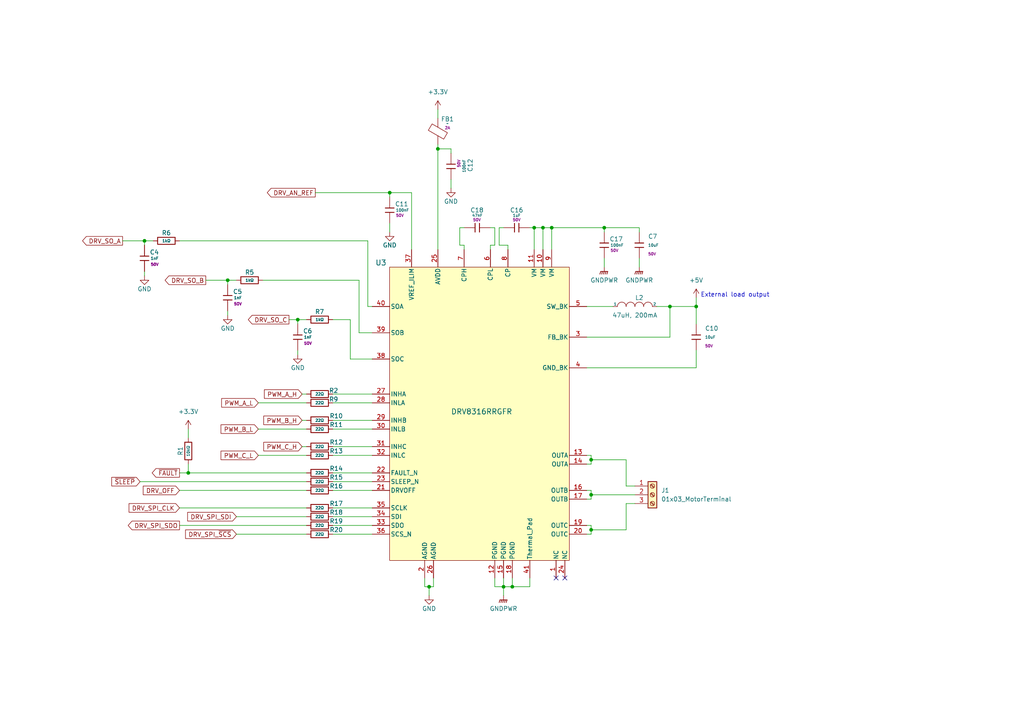
<source format=kicad_sch>
(kicad_sch (version 20250114) (generator "eeschema") (generator_version "9.0")
  (paper "A4")
  (text "External load output" (at 203.2 86.36 0) (effects (font (size 1.27 1.27)) (justify left bottom)))
  (junction (at 41.91 69.85))
  (junction (at 160.02 66.04))
  (junction (at 127 43.18))
  (junction (at 194.31 88.9))
  (junction (at 154.94 66.04))
  (junction (at 157.48 66.04))
  (junction (at 54.61 137.16))
  (junction (at 86.36 92.71))
  (junction (at 171.45 133.35))
  (junction (at 201.93 88.9))
  (junction (at 148.59 170.18))
  (junction (at 171.45 143.51))
  (junction (at 175.26 66.04))
  (junction (at 66.04 81.28))
  (junction (at 146.05 170.18))
  (junction (at 113.03 55.88))
  (junction (at 171.45 153.67))
  (junction (at 124.46 170.18))
  (no_connect (at 163.83 167.64))
  (no_connect (at 161.29 167.64))
  (wire (pts (xy 52.07 147.32) (xy 88.9 147.32)))
  (wire (pts (xy 171.45 134.62) (xy 170.18 134.62)))
  (wire (pts (xy 96.52 137.16) (xy 107.95 137.16)))
  (wire (pts (xy 86.36 101.6) (xy 86.36 102.87)))
  (wire (pts (xy 185.42 66.04) (xy 185.42 67.31)))
  (wire (pts (xy 171.45 133.35) (xy 181.61 133.35)))
  (wire (pts (xy 96.52 116.84) (xy 107.95 116.84)))
  (wire (pts (xy 124.46 170.18) (xy 125.73 170.18)))
  (wire (pts (xy 52.07 69.85) (xy 106.68 69.85)))
  (wire (pts (xy 201.93 86.36) (xy 201.93 88.9)))
  (wire (pts (xy 171.45 133.35) (xy 171.45 134.62)))
  (wire (pts (xy 96.52 142.24) (xy 107.95 142.24)))
  (wire (pts (xy 148.59 170.18) (xy 153.67 170.18)))
  (wire (pts (xy 35.56 69.85) (xy 41.91 69.85)))
  (wire (pts (xy 96.52 139.7) (xy 107.95 139.7)))
  (wire (pts (xy 194.31 97.79) (xy 194.31 88.9)))
  (wire (pts (xy 119.38 55.88) (xy 119.38 72.39)))
  (wire (pts (xy 154.94 66.04) (xy 157.48 66.04)))
  (wire (pts (xy 86.36 93.98) (xy 86.36 92.71)))
  (wire (pts (xy 142.24 66.04) (xy 143.51 66.04)))
  (wire (pts (xy 175.26 66.04) (xy 185.42 66.04)))
  (wire (pts (xy 68.58 154.94) (xy 88.9 154.94)))
  (wire (pts (xy 170.18 142.24) (xy 171.45 142.24)))
  (wire (pts (xy 153.67 66.04) (xy 154.94 66.04)))
  (wire (pts (xy 171.45 154.94) (xy 170.18 154.94)))
  (wire (pts (xy 201.93 106.68) (xy 201.93 101.6)))
  (wire (pts (xy 130.81 44.45) (xy 130.81 43.18)))
  (wire (pts (xy 66.04 82.55) (xy 66.04 81.28)))
  (wire (pts (xy 148.59 167.64) (xy 148.59 170.18)))
  (wire (pts (xy 83.82 92.71) (xy 86.36 92.71)))
  (wire (pts (xy 144.78 71.12) (xy 147.32 71.12)))
  (wire (pts (xy 130.81 52.07) (xy 130.81 54.61)))
  (wire (pts (xy 87.63 121.92) (xy 88.9 121.92)))
  (wire (pts (xy 181.61 153.67) (xy 181.61 146.05)))
  (wire (pts (xy 170.18 88.9) (xy 177.8 88.9)))
  (wire (pts (xy 74.93 116.84) (xy 88.9 116.84)))
  (wire (pts (xy 134.62 66.04) (xy 133.35 66.04)))
  (wire (pts (xy 143.51 170.18) (xy 146.05 170.18)))
  (wire (pts (xy 154.94 66.04) (xy 154.94 72.39)))
  (wire (pts (xy 68.58 149.86) (xy 88.9 149.86)))
  (wire (pts (xy 142.24 71.12) (xy 142.24 72.39)))
  (wire (pts (xy 133.35 66.04) (xy 133.35 71.12)))
  (wire (pts (xy 52.07 137.16) (xy 54.61 137.16)))
  (wire (pts (xy 127 43.18) (xy 127 72.39)))
  (wire (pts (xy 134.62 71.12) (xy 134.62 72.39)))
  (wire (pts (xy 106.68 88.9) (xy 107.95 88.9)))
  (wire (pts (xy 181.61 146.05) (xy 184.15 146.05)))
  (wire (pts (xy 59.69 81.28) (xy 66.04 81.28)))
  (wire (pts (xy 124.46 170.18) (xy 124.46 172.72)))
  (wire (pts (xy 96.52 149.86) (xy 107.95 149.86)))
  (wire (pts (xy 74.93 124.46) (xy 88.9 124.46)))
  (wire (pts (xy 40.64 139.7) (xy 88.9 139.7)))
  (wire (pts (xy 101.6 104.14) (xy 101.6 92.71)))
  (wire (pts (xy 96.52 152.4) (xy 107.95 152.4)))
  (wire (pts (xy 96.52 154.94) (xy 107.95 154.94)))
  (wire (pts (xy 142.24 71.12) (xy 143.51 71.12)))
  (wire (pts (xy 113.03 55.88) (xy 113.03 57.15)))
  (wire (pts (xy 41.91 71.12) (xy 41.91 69.85)))
  (wire (pts (xy 144.78 66.04) (xy 144.78 71.12)))
  (wire (pts (xy 171.45 142.24) (xy 171.45 143.51)))
  (wire (pts (xy 54.61 124.46) (xy 54.61 127)))
  (wire (pts (xy 127 41.91) (xy 127 43.18)))
  (wire (pts (xy 96.52 132.08) (xy 107.95 132.08)))
  (wire (pts (xy 86.36 92.71) (xy 88.9 92.71)))
  (wire (pts (xy 104.14 81.28) (xy 76.2 81.28)))
  (wire (pts (xy 181.61 133.35) (xy 181.61 140.97)))
  (wire (pts (xy 147.32 71.12) (xy 147.32 72.39)))
  (wire (pts (xy 54.61 137.16) (xy 88.9 137.16)))
  (wire (pts (xy 87.63 114.3) (xy 88.9 114.3)))
  (wire (pts (xy 175.26 74.93) (xy 175.26 77.47)))
  (wire (pts (xy 181.61 140.97) (xy 184.15 140.97)))
  (wire (pts (xy 194.31 88.9) (xy 201.93 88.9)))
  (wire (pts (xy 113.03 64.77) (xy 113.03 67.31)))
  (wire (pts (xy 66.04 81.28) (xy 68.58 81.28)))
  (wire (pts (xy 87.63 129.54) (xy 88.9 129.54)))
  (wire (pts (xy 143.51 71.12) (xy 143.51 66.04)))
  (wire (pts (xy 96.52 121.92) (xy 107.95 121.92)))
  (wire (pts (xy 123.19 170.18) (xy 124.46 170.18)))
  (wire (pts (xy 160.02 66.04) (xy 160.02 72.39)))
  (wire (pts (xy 106.68 69.85) (xy 106.68 88.9)))
  (wire (pts (xy 170.18 152.4) (xy 171.45 152.4)))
  (wire (pts (xy 127 31.75) (xy 127 34.29)))
  (wire (pts (xy 171.45 132.08) (xy 171.45 133.35)))
  (wire (pts (xy 170.18 132.08) (xy 171.45 132.08)))
  (wire (pts (xy 113.03 55.88) (xy 119.38 55.88)))
  (wire (pts (xy 41.91 78.74) (xy 41.91 80.01)))
  (wire (pts (xy 96.52 114.3) (xy 107.95 114.3)))
  (wire (pts (xy 146.05 167.64) (xy 146.05 170.18)))
  (wire (pts (xy 171.45 152.4) (xy 171.45 153.67)))
  (wire (pts (xy 123.19 167.64) (xy 123.19 170.18)))
  (wire (pts (xy 190.5 88.9) (xy 194.31 88.9)))
  (wire (pts (xy 153.67 170.18) (xy 153.67 167.64)))
  (wire (pts (xy 88.9 142.24) (xy 52.07 142.24)))
  (wire (pts (xy 96.52 124.46) (xy 107.95 124.46)))
  (wire (pts (xy 91.44 55.88) (xy 113.03 55.88)))
  (wire (pts (xy 146.05 66.04) (xy 144.78 66.04)))
  (wire (pts (xy 133.35 71.12) (xy 134.62 71.12)))
  (wire (pts (xy 146.05 170.18) (xy 148.59 170.18)))
  (wire (pts (xy 160.02 66.04) (xy 175.26 66.04)))
  (wire (pts (xy 171.45 144.78) (xy 170.18 144.78)))
  (wire (pts (xy 171.45 153.67) (xy 181.61 153.67)))
  (wire (pts (xy 96.52 147.32) (xy 107.95 147.32)))
  (wire (pts (xy 104.14 96.52) (xy 104.14 81.28)))
  (wire (pts (xy 171.45 143.51) (xy 184.15 143.51)))
  (wire (pts (xy 101.6 92.71) (xy 96.52 92.71)))
  (wire (pts (xy 157.48 66.04) (xy 160.02 66.04)))
  (wire (pts (xy 171.45 153.67) (xy 171.45 154.94)))
  (wire (pts (xy 52.07 152.4) (xy 88.9 152.4)))
  (wire (pts (xy 175.26 66.04) (xy 175.26 67.31)))
  (wire (pts (xy 170.18 97.79) (xy 194.31 97.79)))
  (wire (pts (xy 125.73 170.18) (xy 125.73 167.64)))
  (wire (pts (xy 74.93 132.08) (xy 88.9 132.08)))
  (wire (pts (xy 41.91 69.85) (xy 44.45 69.85)))
  (wire (pts (xy 170.18 106.68) (xy 201.93 106.68)))
  (wire (pts (xy 185.42 74.93) (xy 185.42 77.47)))
  (wire (pts (xy 146.05 170.18) (xy 146.05 172.72)))
  (wire (pts (xy 107.95 96.52) (xy 104.14 96.52)))
  (wire (pts (xy 66.04 90.17) (xy 66.04 91.44)))
  (wire (pts (xy 107.95 104.14) (xy 101.6 104.14)))
  (wire (pts (xy 171.45 143.51) (xy 171.45 144.78)))
  (wire (pts (xy 157.48 66.04) (xy 157.48 72.39)))
  (wire (pts (xy 54.61 134.62) (xy 54.61 137.16)))
  (wire (pts (xy 96.52 129.54) (xy 107.95 129.54)))
  (wire (pts (xy 143.51 167.64) (xy 143.51 170.18)))
  (wire (pts (xy 127 43.18) (xy 130.81 43.18)))
  (wire (pts (xy 201.93 88.9) (xy 201.93 93.98)))
  (global_label "~{FAULT}" (shape output) (at 52.07 137.16 180) (property "Intersheetrefs" "${INTERSHEET_REFS}" (effects (hide yes))))
  (global_label "DRV_SPI_CLK" (shape input) (at 52.07 147.32 180) (property "Intersheetrefs" "${INTERSHEET_REFS}" (effects (hide yes))))
  (global_label "PWM_B_H" (shape input) (at 87.63 121.92 180) (property "Intersheetrefs" "${INTERSHEET_REFS}" (effects (hide yes))))
  (global_label "DRV_SPI_SDO" (shape output) (at 52.07 152.4 180) (property "Intersheetrefs" "${INTERSHEET_REFS}" (effects (hide yes))))
  (global_label "PWM_A_H" (shape input) (at 87.63 114.3 180) (property "Intersheetrefs" "${INTERSHEET_REFS}" (effects (hide yes))))
  (global_label "DRV_SO_C" (shape output) (at 83.82 92.71 180) (property "Intersheetrefs" "${INTERSHEET_REFS}" (effects (hide yes))))
  (global_label "DRV_OFF" (shape input) (at 52.07 142.24 180) (property "Intersheetrefs" "${INTERSHEET_REFS}" (effects (hide yes))))
  (global_label "DRV_SO_A" (shape output) (at 35.56 69.85 180) (property "Intersheetrefs" "${INTERSHEET_REFS}" (effects (hide yes))))
  (global_label "DRV_SPI_SDI" (shape input) (at 68.58 149.86 180) (property "Intersheetrefs" "${INTERSHEET_REFS}" (effects (hide yes))))
  (global_label "PWM_B_L" (shape input) (at 74.93 124.46 180) (property "Intersheetrefs" "${INTERSHEET_REFS}" (effects (hide yes))))
  (global_label "PWM_C_H" (shape input) (at 87.63 129.54 180) (property "Intersheetrefs" "${INTERSHEET_REFS}" (effects (hide yes))))
  (global_label "PWM_A_L" (shape input) (at 74.93 116.84 180) (property "Intersheetrefs" "${INTERSHEET_REFS}" (effects (hide yes))))
  (global_label "DRV_SPI_~{SCS}" (shape input) (at 68.58 154.94 180) (property "Intersheetrefs" "${INTERSHEET_REFS}" (effects (hide yes))))
  (global_label "PWM_C_L" (shape input) (at 74.93 132.08 180) (property "Intersheetrefs" "${INTERSHEET_REFS}" (effects (hide yes))))
  (global_label "DRV_SO_B" (shape output) (at 59.69 81.28 180) (property "Intersheetrefs" "${INTERSHEET_REFS}" (effects (hide yes))))
  (global_label "DRV_AN_REF" (shape output) (at 91.44 55.88 180) (property "Intersheetrefs" "${INTERSHEET_REFS}" (effects (hide yes))))
  (global_label "~{SLEEP}" (shape input) (at 40.64 139.7 180) (property "Intersheetrefs" "${INTERSHEET_REFS}" (effects (hide yes))))
  (symbol (lib_id "PCM_JLCPCB-Resistors:0603,22Ω") (at 92.71 132.08 90) (unit 1)
    (property "Reference" "R13" (at 97.536 130.81 90))
    (property "Value" "22Ω" (at 92.71 132.08 90) (effects (font (size 0.8 0.8))))
    (property "Footprint" "PCM_JLCPCB:R_0603" (effects (hide yes)))
    (property "Datasheet" "https://www.lcsc.com/datasheet/lcsc_datasheet_2206010100_UNI-ROYAL-Uniroyal-Elec-0603WAF220JT5E_C23345.pdf" (effects (hide yes)))
    (property "Description" "100mW Thick Film Resistors 75V ±100ppm/°C ±1% 22Ω 0603 Chip Resistor - Surface Mount ROHS" (effects (hide yes)))
    (property "LCSC" "C23345" (effects (hide yes)))
    (property "Stock" "4414856" (effects (hide yes)))
    (property "Price" "0.004USD" (effects (hide yes)))
    (property "Process" "SMT" (effects (hide yes)))
    (property "Minimum Qty" "20" (effects (hide yes)))
    (property "Attrition Qty" "10" (effects (hide yes)))
    (property "Class" "Basic Component" (effects (hide yes)))
    (property "Category" "Resistors,Chip Resistor - Surface Mount" (effects (hide yes)))
    (property "Manufacturer" "UNI-ROYAL(Uniroyal Elec)" (effects (hide yes)))
    (property "Part" "0603WAF220JT5E" (effects (hide yes)))
    (property "Resistance" "22Ω" (effects (hide yes)))
    (property "Power(Watts)" "100mW" (effects (hide yes)))
    (property "Type" "Thick Film Resistors" (effects (hide yes)))
    (property "Overload Voltage (Max)" "75V" (effects (hide yes)))
    (property "Operating Temperature Range" "-55°C~+155°C" (effects (hide yes)))
    (property "Tolerance" "±1%" (effects (hide yes)))
    (property "Temperature Coefficient" "±100ppm/°C" (effects (hide yes)))
  )
  (symbol (lib_id "pspice:INDUCTOR") (at 184.15 88.9 0) (unit 1)
    (property "Reference" "L2" (at 185.42 86.36 0))
    (property "Value" "47uH, 200mA" (at 184.15 91.44 0))
  )
  (symbol (lib_id "power:GNDPWR") (at 185.42 77.47 0) (unit 1)
    (property "Reference" "#PWR0108" (effects (hide yes)))
    (property "Value" "GNDPWR" (at 185.42 81.28 0))
  )
  (symbol (lib_id "PCM_JLCPCB-Resistors:0603,22Ω") (at 92.71 142.24 90) (unit 1)
    (property "Reference" "R16" (at 97.536 140.97 90))
    (property "Value" "22Ω" (at 92.71 142.24 90) (effects (font (size 0.8 0.8))))
    (property "Footprint" "PCM_JLCPCB:R_0603" (effects (hide yes)))
    (property "Datasheet" "https://www.lcsc.com/datasheet/lcsc_datasheet_2206010100_UNI-ROYAL-Uniroyal-Elec-0603WAF220JT5E_C23345.pdf" (effects (hide yes)))
    (property "Description" "100mW Thick Film Resistors 75V ±100ppm/°C ±1% 22Ω 0603 Chip Resistor - Surface Mount ROHS" (effects (hide yes)))
    (property "LCSC" "C23345" (effects (hide yes)))
    (property "Stock" "4414856" (effects (hide yes)))
    (property "Price" "0.004USD" (effects (hide yes)))
    (property "Process" "SMT" (effects (hide yes)))
    (property "Minimum Qty" "20" (effects (hide yes)))
    (property "Attrition Qty" "10" (effects (hide yes)))
    (property "Class" "Basic Component" (effects (hide yes)))
    (property "Category" "Resistors,Chip Resistor - Surface Mount" (effects (hide yes)))
    (property "Manufacturer" "UNI-ROYAL(Uniroyal Elec)" (effects (hide yes)))
    (property "Part" "0603WAF220JT5E" (effects (hide yes)))
    (property "Resistance" "22Ω" (effects (hide yes)))
    (property "Power(Watts)" "100mW" (effects (hide yes)))
    (property "Type" "Thick Film Resistors" (effects (hide yes)))
    (property "Overload Voltage (Max)" "75V" (effects (hide yes)))
    (property "Operating Temperature Range" "-55°C~+155°C" (effects (hide yes)))
    (property "Tolerance" "±1%" (effects (hide yes)))
    (property "Temperature Coefficient" "±100ppm/°C" (effects (hide yes)))
  )
  (symbol (lib_id "power:GND") (at 41.91 80.01 0) (unit 1)
    (property "Reference" "#PWR0112" (effects (hide yes)))
    (property "Value" "GND" (at 41.91 83.82 0))
  )
  (symbol (lib_id "PCM_JLCPCB-Resistors:0603,22Ω") (at 92.71 149.86 90) (unit 1)
    (property "Reference" "R18" (at 97.536 148.59 90))
    (property "Value" "22Ω" (at 92.71 149.86 90) (effects (font (size 0.8 0.8))))
    (property "Footprint" "PCM_JLCPCB:R_0603" (effects (hide yes)))
    (property "Datasheet" "https://www.lcsc.com/datasheet/lcsc_datasheet_2206010100_UNI-ROYAL-Uniroyal-Elec-0603WAF220JT5E_C23345.pdf" (effects (hide yes)))
    (property "Description" "100mW Thick Film Resistors 75V ±100ppm/°C ±1% 22Ω 0603 Chip Resistor - Surface Mount ROHS" (effects (hide yes)))
    (property "LCSC" "C23345" (effects (hide yes)))
    (property "Stock" "4414856" (effects (hide yes)))
    (property "Price" "0.004USD" (effects (hide yes)))
    (property "Process" "SMT" (effects (hide yes)))
    (property "Minimum Qty" "20" (effects (hide yes)))
    (property "Attrition Qty" "10" (effects (hide yes)))
    (property "Class" "Basic Component" (effects (hide yes)))
    (property "Category" "Resistors,Chip Resistor - Surface Mount" (effects (hide yes)))
    (property "Manufacturer" "UNI-ROYAL(Uniroyal Elec)" (effects (hide yes)))
    (property "Part" "0603WAF220JT5E" (effects (hide yes)))
    (property "Resistance" "22Ω" (effects (hide yes)))
    (property "Power(Watts)" "100mW" (effects (hide yes)))
    (property "Type" "Thick Film Resistors" (effects (hide yes)))
    (property "Overload Voltage (Max)" "75V" (effects (hide yes)))
    (property "Operating Temperature Range" "-55°C~+155°C" (effects (hide yes)))
    (property "Tolerance" "±1%" (effects (hide yes)))
    (property "Temperature Coefficient" "±100ppm/°C" (effects (hide yes)))
  )
  (symbol (lib_id "power:GND") (at 124.46 172.72 0) (unit 1)
    (property "Reference" "#PWR0102" (effects (hide yes)))
    (property "Value" "GND" (at 124.46 176.53 0))
  )
  (symbol (lib_id "power:GND") (at 113.03 67.31 0) (unit 1)
    (property "Reference" "#PWR0104" (effects (hide yes)))
    (property "Value" "GND" (at 113.03 71.12 0))
  )
  (symbol (lib_id "PCM_JLCPCB-Resistors:0603,22Ω") (at 92.71 129.54 90) (unit 1)
    (property "Reference" "R12" (at 97.536 128.27 90))
    (property "Value" "22Ω" (at 92.71 129.54 90) (effects (font (size 0.8 0.8))))
    (property "Footprint" "PCM_JLCPCB:R_0603" (effects (hide yes)))
    (property "Datasheet" "https://www.lcsc.com/datasheet/lcsc_datasheet_2206010100_UNI-ROYAL-Uniroyal-Elec-0603WAF220JT5E_C23345.pdf" (effects (hide yes)))
    (property "Description" "100mW Thick Film Resistors 75V ±100ppm/°C ±1% 22Ω 0603 Chip Resistor - Surface Mount ROHS" (effects (hide yes)))
    (property "LCSC" "C23345" (effects (hide yes)))
    (property "Stock" "4414856" (effects (hide yes)))
    (property "Price" "0.004USD" (effects (hide yes)))
    (property "Process" "SMT" (effects (hide yes)))
    (property "Minimum Qty" "20" (effects (hide yes)))
    (property "Attrition Qty" "10" (effects (hide yes)))
    (property "Class" "Basic Component" (effects (hide yes)))
    (property "Category" "Resistors,Chip Resistor - Surface Mount" (effects (hide yes)))
    (property "Manufacturer" "UNI-ROYAL(Uniroyal Elec)" (effects (hide yes)))
    (property "Part" "0603WAF220JT5E" (effects (hide yes)))
    (property "Resistance" "22Ω" (effects (hide yes)))
    (property "Power(Watts)" "100mW" (effects (hide yes)))
    (property "Type" "Thick Film Resistors" (effects (hide yes)))
    (property "Overload Voltage (Max)" "75V" (effects (hide yes)))
    (property "Operating Temperature Range" "-55°C~+155°C" (effects (hide yes)))
    (property "Tolerance" "±1%" (effects (hide yes)))
    (property "Temperature Coefficient" "±100ppm/°C" (effects (hide yes)))
  )
  (symbol (lib_id "PCM_JLCPCB-Resistors:0603,22Ω") (at 92.71 137.16 90) (unit 1)
    (property "Reference" "R14" (at 97.536 135.89 90))
    (property "Value" "22Ω" (at 92.71 137.16 90) (effects (font (size 0.8 0.8))))
    (property "Footprint" "PCM_JLCPCB:R_0603" (effects (hide yes)))
    (property "Datasheet" "https://www.lcsc.com/datasheet/lcsc_datasheet_2206010100_UNI-ROYAL-Uniroyal-Elec-0603WAF220JT5E_C23345.pdf" (effects (hide yes)))
    (property "Description" "100mW Thick Film Resistors 75V ±100ppm/°C ±1% 22Ω 0603 Chip Resistor - Surface Mount ROHS" (effects (hide yes)))
    (property "LCSC" "C23345" (effects (hide yes)))
    (property "Stock" "4414856" (effects (hide yes)))
    (property "Price" "0.004USD" (effects (hide yes)))
    (property "Process" "SMT" (effects (hide yes)))
    (property "Minimum Qty" "20" (effects (hide yes)))
    (property "Attrition Qty" "10" (effects (hide yes)))
    (property "Class" "Basic Component" (effects (hide yes)))
    (property "Category" "Resistors,Chip Resistor - Surface Mount" (effects (hide yes)))
    (property "Manufacturer" "UNI-ROYAL(Uniroyal Elec)" (effects (hide yes)))
    (property "Part" "0603WAF220JT5E" (effects (hide yes)))
    (property "Resistance" "22Ω" (effects (hide yes)))
    (property "Power(Watts)" "100mW" (effects (hide yes)))
    (property "Type" "Thick Film Resistors" (effects (hide yes)))
    (property "Overload Voltage (Max)" "75V" (effects (hide yes)))
    (property "Operating Temperature Range" "-55°C~+155°C" (effects (hide yes)))
    (property "Tolerance" "±1%" (effects (hide yes)))
    (property "Temperature Coefficient" "±100ppm/°C" (effects (hide yes)))
  )
  (symbol (lib_id "PCM_JLCPCB-Capacitors:0603,1nF") (at 41.91 74.93 0) (unit 1)
    (property "Reference" "C4" (at 43.434 73.152 0) (effects (justify left)))
    (property "Value" "1nF" (at 43.688 74.93 0) (effects (font (size 0.8 0.8)) (justify left)))
    (property "Footprint" "PCM_JLCPCB:C_0603" (effects (hide yes)))
    (property "Datasheet" "https://www.lcsc.com/datasheet/lcsc_datasheet_2304140030_Samsung-Electro-Mechanics-CL10B102KB8NNNC_C1588.pdf" (effects (hide yes)))
    (property "Description" "50V 1nF X7R ±10% 0603 Multilayer Ceramic Capacitors MLCC - SMD/SMT ROHS" (effects (hide yes)))
    (property "LCSC" "C1588" (effects (hide yes)))
    (property "Stock" "6068974" (effects (hide yes)))
    (property "Price" "0.006USD" (effects (hide yes)))
    (property "Process" "SMT" (effects (hide yes)))
    (property "Minimum Qty" "20" (effects (hide yes)))
    (property "Attrition Qty" "10" (effects (hide yes)))
    (property "Class" "Basic Component" (effects (hide yes)))
    (property "Category" "Capacitors,Multilayer Ceramic Capacitors MLCC - SMD/SMT" (effects (hide yes)))
    (property "Manufacturer" "Samsung Electro-Mechanics" (effects (hide yes)))
    (property "Part" "CL10B102KB8NNNC" (effects (hide yes)))
    (property "Voltage Rated" "50V" (at 43.688 76.708 0) (effects (font (size 0.8 0.8)) (justify left)))
    (property "Tolerance" "±10%" (effects (hide yes)))
    (property "Capacitance" "1nF" (effects (hide yes)))
    (property "Temperature Coefficient" "X7R" (effects (hide yes)))
  )
  (symbol (lib_id "PCM_JLCPCB-Resistors:0603,22Ω") (at 92.71 124.46 90) (unit 1)
    (property "Reference" "R11" (at 97.536 123.19 90))
    (property "Value" "22Ω" (at 92.71 124.46 90) (effects (font (size 0.8 0.8))))
    (property "Footprint" "PCM_JLCPCB:R_0603" (effects (hide yes)))
    (property "Datasheet" "https://www.lcsc.com/datasheet/lcsc_datasheet_2206010100_UNI-ROYAL-Uniroyal-Elec-0603WAF220JT5E_C23345.pdf" (effects (hide yes)))
    (property "Description" "100mW Thick Film Resistors 75V ±100ppm/°C ±1% 22Ω 0603 Chip Resistor - Surface Mount ROHS" (effects (hide yes)))
    (property "LCSC" "C23345" (effects (hide yes)))
    (property "Stock" "4414856" (effects (hide yes)))
    (property "Price" "0.004USD" (effects (hide yes)))
    (property "Process" "SMT" (effects (hide yes)))
    (property "Minimum Qty" "20" (effects (hide yes)))
    (property "Attrition Qty" "10" (effects (hide yes)))
    (property "Class" "Basic Component" (effects (hide yes)))
    (property "Category" "Resistors,Chip Resistor - Surface Mount" (effects (hide yes)))
    (property "Manufacturer" "UNI-ROYAL(Uniroyal Elec)" (effects (hide yes)))
    (property "Part" "0603WAF220JT5E" (effects (hide yes)))
    (property "Resistance" "22Ω" (effects (hide yes)))
    (property "Power(Watts)" "100mW" (effects (hide yes)))
    (property "Type" "Thick Film Resistors" (effects (hide yes)))
    (property "Overload Voltage (Max)" "75V" (effects (hide yes)))
    (property "Operating Temperature Range" "-55°C~+155°C" (effects (hide yes)))
    (property "Tolerance" "±1%" (effects (hide yes)))
    (property "Temperature Coefficient" "±100ppm/°C" (effects (hide yes)))
  )
  (symbol (lib_id "PCM_JLCPCB-Capacitors:0603,1nF") (at 66.04 86.36 0) (unit 1)
    (property "Reference" "C5" (at 67.564 84.582 0) (effects (justify left)))
    (property "Value" "1nF" (at 67.818 86.36 0) (effects (font (size 0.8 0.8)) (justify left)))
    (property "Footprint" "PCM_JLCPCB:C_0603" (effects (hide yes)))
    (property "Datasheet" "https://www.lcsc.com/datasheet/lcsc_datasheet_2304140030_Samsung-Electro-Mechanics-CL10B102KB8NNNC_C1588.pdf" (effects (hide yes)))
    (property "Description" "50V 1nF X7R ±10% 0603 Multilayer Ceramic Capacitors MLCC - SMD/SMT ROHS" (effects (hide yes)))
    (property "LCSC" "C1588" (effects (hide yes)))
    (property "Stock" "6068974" (effects (hide yes)))
    (property "Price" "0.006USD" (effects (hide yes)))
    (property "Process" "SMT" (effects (hide yes)))
    (property "Minimum Qty" "20" (effects (hide yes)))
    (property "Attrition Qty" "10" (effects (hide yes)))
    (property "Class" "Basic Component" (effects (hide yes)))
    (property "Category" "Capacitors,Multilayer Ceramic Capacitors MLCC - SMD/SMT" (effects (hide yes)))
    (property "Manufacturer" "Samsung Electro-Mechanics" (effects (hide yes)))
    (property "Part" "CL10B102KB8NNNC" (effects (hide yes)))
    (property "Voltage Rated" "50V" (at 67.818 88.138 0) (effects (font (size 0.8 0.8)) (justify left)))
    (property "Tolerance" "±10%" (effects (hide yes)))
    (property "Capacitance" "1nF" (effects (hide yes)))
    (property "Temperature Coefficient" "X7R" (effects (hide yes)))
  )
  (symbol (lib_id "DRV8316:DRV8316RRGFR") (at 139.7 118.11 0) (unit 1)
    (property "Reference" "U3" (at 110.49 76.2 0) (effects (font (size 1.524 1.524))))
    (property "Value" "DRV8316RRGFR" (at 139.7 119.38 0) (effects (font (size 1.524 1.524))))
    (property "Footprint" "RGF0040E-IPC_A" (effects (hide yes)))
    (property "Datasheet" "DRV8316RRGFR" (effects (hide yes)))
  )
  (symbol (lib_id "PCM_JLCPCB-Inductors:Ferrite,0603,(2)") (at 127 38.1 180) (unit 1)
    (property "Reference" "FB1" (at 129.794 34.544 0))
    (property "Value" "~" (at 129.794 35.814 0) (effects (font (size 0.8 0.8))))
    (property "Footprint" "PCM_JLCPCB:FB_0603" (effects (hide yes)))
    (property "Datasheet" "https://www.lcsc.com/datasheet/lcsc_datasheet_2304140030_Murata-Electronics-BLM18PG121SN1D_C14709.pdf" (effects (hide yes)))
    (property "Description" "50mΩ ±25% 120Ω@100MHz 0603 Ferrite Beads ROHS" (effects (hide yes)))
    (property "LCSC" "C14709" (effects (hide yes)))
    (property "Stock" "222675" (effects (hide yes)))
    (property "Price" "0.009USD" (effects (hide yes)))
    (property "Process" "SMT" (effects (hide yes)))
    (property "Minimum Qty" "20" (effects (hide yes)))
    (property "Attrition Qty" "10" (effects (hide yes)))
    (property "Class" "Basic Component" (effects (hide yes)))
    (property "Category" "Filters/EMI Optimization,Ferrite Beads" (effects (hide yes)))
    (property "Manufacturer" "Murata Electronics" (effects (hide yes)))
    (property "Part" "BLM18PG121SN1D" (effects (hide yes)))
    (property "DC Resistance" "50mΩ" (effects (hide yes)))
    (property "Impedance @ Frequency" "120Ω@100MHz" (effects (hide yes)))
    (property "Circuits" "1" (effects (hide yes)))
    (property "Current Rating" "2A" (at 129.794 37.084 0) (effects (font (size 0.8 0.8))))
    (property "Tolerance" "±25%" (effects (hide yes)))
  )
  (symbol (lib_id "PCM_JLCPCB-Resistors:0603,22Ω") (at 92.71 114.3 90) (unit 1)
    (property "Reference" "R2" (at 96.774 113.284 90))
    (property "Value" "22Ω" (at 92.71 114.3 90) (effects (font (size 0.8 0.8))))
    (property "Footprint" "PCM_JLCPCB:R_0603" (effects (hide yes)))
    (property "Datasheet" "https://www.lcsc.com/datasheet/lcsc_datasheet_2206010100_UNI-ROYAL-Uniroyal-Elec-0603WAF220JT5E_C23345.pdf" (effects (hide yes)))
    (property "Description" "100mW Thick Film Resistors 75V ±100ppm/°C ±1% 22Ω 0603 Chip Resistor - Surface Mount ROHS" (effects (hide yes)))
    (property "LCSC" "C23345" (effects (hide yes)))
    (property "Stock" "4414856" (effects (hide yes)))
    (property "Price" "0.004USD" (effects (hide yes)))
    (property "Process" "SMT" (effects (hide yes)))
    (property "Minimum Qty" "20" (effects (hide yes)))
    (property "Attrition Qty" "10" (effects (hide yes)))
    (property "Class" "Basic Component" (effects (hide yes)))
    (property "Category" "Resistors,Chip Resistor - Surface Mount" (effects (hide yes)))
    (property "Manufacturer" "UNI-ROYAL(Uniroyal Elec)" (effects (hide yes)))
    (property "Part" "0603WAF220JT5E" (effects (hide yes)))
    (property "Resistance" "22Ω" (effects (hide yes)))
    (property "Power(Watts)" "100mW" (effects (hide yes)))
    (property "Type" "Thick Film Resistors" (effects (hide yes)))
    (property "Overload Voltage (Max)" "75V" (effects (hide yes)))
    (property "Operating Temperature Range" "-55°C~+155°C" (effects (hide yes)))
    (property "Tolerance" "±1%" (effects (hide yes)))
    (property "Temperature Coefficient" "±100ppm/°C" (effects (hide yes)))
  )
  (symbol (lib_id "PCM_JLCPCB-Resistors:0603,22Ω") (at 92.71 152.4 90) (unit 1)
    (property "Reference" "R19" (at 97.536 151.13 90))
    (property "Value" "22Ω" (at 92.71 152.4 90) (effects (font (size 0.8 0.8))))
    (property "Footprint" "PCM_JLCPCB:R_0603" (effects (hide yes)))
    (property "Datasheet" "https://www.lcsc.com/datasheet/lcsc_datasheet_2206010100_UNI-ROYAL-Uniroyal-Elec-0603WAF220JT5E_C23345.pdf" (effects (hide yes)))
    (property "Description" "100mW Thick Film Resistors 75V ±100ppm/°C ±1% 22Ω 0603 Chip Resistor - Surface Mount ROHS" (effects (hide yes)))
    (property "LCSC" "C23345" (effects (hide yes)))
    (property "Stock" "4414856" (effects (hide yes)))
    (property "Price" "0.004USD" (effects (hide yes)))
    (property "Process" "SMT" (effects (hide yes)))
    (property "Minimum Qty" "20" (effects (hide yes)))
    (property "Attrition Qty" "10" (effects (hide yes)))
    (property "Class" "Basic Component" (effects (hide yes)))
    (property "Category" "Resistors,Chip Resistor - Surface Mount" (effects (hide yes)))
    (property "Manufacturer" "UNI-ROYAL(Uniroyal Elec)" (effects (hide yes)))
    (property "Part" "0603WAF220JT5E" (effects (hide yes)))
    (property "Resistance" "22Ω" (effects (hide yes)))
    (property "Power(Watts)" "100mW" (effects (hide yes)))
    (property "Type" "Thick Film Resistors" (effects (hide yes)))
    (property "Overload Voltage (Max)" "75V" (effects (hide yes)))
    (property "Operating Temperature Range" "-55°C~+155°C" (effects (hide yes)))
    (property "Tolerance" "±1%" (effects (hide yes)))
    (property "Temperature Coefficient" "±100ppm/°C" (effects (hide yes)))
  )
  (symbol (lib_id "power:GNDPWR") (at 146.05 172.72 0) (unit 1)
    (property "Reference" "#PWR0101" (effects (hide yes)))
    (property "Value" "GNDPWR" (at 146.05 176.53 0))
  )
  (symbol (lib_id "PCM_JLCPCB-Capacitors:0603,100nF") (at 113.03 60.96 0) (unit 1)
    (property "Reference" "C11" (at 114.554 59.182 0) (effects (justify left)))
    (property "Value" "100nF" (at 114.808 60.96 0) (effects (font (size 0.8 0.8)) (justify left)))
    (property "Footprint" "PCM_JLCPCB:C_0603" (effects (hide yes)))
    (property "Datasheet" "https://www.lcsc.com/datasheet/lcsc_datasheet_2211101700_YAGEO-CC0603KRX7R9BB104_C14663.pdf" (effects (hide yes)))
    (property "Description" "50V 100nF X7R ±10% 0603 Multilayer Ceramic Capacitors MLCC - SMD/SMT ROHS" (effects (hide yes)))
    (property "LCSC" "C14663" (effects (hide yes)))
    (property "Stock" "70324515" (effects (hide yes)))
    (property "Price" "0.006USD" (effects (hide yes)))
    (property "Process" "SMT" (effects (hide yes)))
    (property "Minimum Qty" "20" (effects (hide yes)))
    (property "Attrition Qty" "10" (effects (hide yes)))
    (property "Class" "Basic Component" (effects (hide yes)))
    (property "Category" "Capacitors,Multilayer Ceramic Capacitors MLCC - SMD/SMT" (effects (hide yes)))
    (property "Manufacturer" "YAGEO" (effects (hide yes)))
    (property "Part" "CC0603KRX7R9BB104" (effects (hide yes)))
    (property "Voltage Rated" "50V" (at 114.808 62.484 0) (effects (font (size 0.8 0.8)) (justify left)))
    (property "Tolerance" "±10%" (effects (hide yes)))
    (property "Capacitance" "100nF" (effects (hide yes)))
    (property "Temperature Coefficient" "X7R" (effects (hide yes)))
  )
  (symbol (lib_id "PCM_JLCPCB-Resistors:0603,1kΩ") (at 92.71 92.71 90) (unit 1)
    (property "Reference" "R7" (at 92.71 90.424 90))
    (property "Value" "1kΩ" (at 92.71 92.71 90) (effects (font (size 0.8 0.8))))
    (property "Footprint" "PCM_JLCPCB:R_0603" (effects (hide yes)))
    (property "Datasheet" "https://www.lcsc.com/datasheet/lcsc_datasheet_2206010130_UNI-ROYAL-Uniroyal-Elec-0603WAF1001T5E_C21190.pdf" (effects (hide yes)))
    (property "Description" "100mW Thick Film Resistors 75V ±100ppm/°C ±1% 1kΩ 0603 Chip Resistor - Surface Mount ROHS" (effects (hide yes)))
    (property "LCSC" "C21190" (effects (hide yes)))
    (property "Stock" "27538425" (effects (hide yes)))
    (property "Price" "0.004USD" (effects (hide yes)))
    (property "Process" "SMT" (effects (hide yes)))
    (property "Minimum Qty" "20" (effects (hide yes)))
    (property "Attrition Qty" "10" (effects (hide yes)))
    (property "Class" "Basic Component" (effects (hide yes)))
    (property "Category" "Resistors,Chip Resistor - Surface Mount" (effects (hide yes)))
    (property "Manufacturer" "UNI-ROYAL(Uniroyal Elec)" (effects (hide yes)))
    (property "Part" "0603WAF1001T5E" (effects (hide yes)))
    (property "Resistance" "1kΩ" (effects (hide yes)))
    (property "Power(Watts)" "100mW" (effects (hide yes)))
    (property "Type" "Thick Film Resistors" (effects (hide yes)))
    (property "Overload Voltage (Max)" "75V" (effects (hide yes)))
    (property "Operating Temperature Range" "-55°C~+155°C" (effects (hide yes)))
    (property "Tolerance" "±1%" (effects (hide yes)))
    (property "Temperature Coefficient" "±100ppm/°C" (effects (hide yes)))
  )
  (symbol (lib_id "PCM_JLCPCB-Capacitors:0603,1uF") (at 149.86 66.04 90) (unit 1)
    (property "Reference" "C16" (at 149.86 60.96 90))
    (property "Value" "1uF" (at 149.86 62.484 90) (effects (font (size 0.8 0.8))))
    (property "Footprint" "PCM_JLCPCB:C_0603" (effects (hide yes)))
    (property "Datasheet" "https://www.lcsc.com/datasheet/lcsc_datasheet_2304140030_Samsung-Electro-Mechanics-CL10A105KB8NNNC_C15849.pdf" (effects (hide yes)))
    (property "Description" "50V 1uF X5R ±10% 0603 Multilayer Ceramic Capacitors MLCC - SMD/SMT ROHS" (effects (hide yes)))
    (property "LCSC" "C15849" (effects (hide yes)))
    (property "Stock" "11535980" (effects (hide yes)))
    (property "Price" "0.008USD" (effects (hide yes)))
    (property "Process" "SMT" (effects (hide yes)))
    (property "Minimum Qty" "20" (effects (hide yes)))
    (property "Attrition Qty" "10" (effects (hide yes)))
    (property "Class" "Basic Component" (effects (hide yes)))
    (property "Category" "Capacitors,Multilayer Ceramic Capacitors MLCC - SMD/SMT" (effects (hide yes)))
    (property "Manufacturer" "Samsung Electro-Mechanics" (effects (hide yes)))
    (property "Part" "CL10A105KB8NNNC" (effects (hide yes)))
    (property "Voltage Rated" "50V" (at 149.86 63.754 90) (effects (font (size 0.8 0.8))))
    (property "Tolerance" "±10%" (effects (hide yes)))
    (property "Capacitance" "1uF" (effects (hide yes)))
    (property "Temperature Coefficient" "X5R" (effects (hide yes)))
  )
  (symbol (lib_id "power:GND") (at 86.36 102.87 0) (unit 1)
    (property "Reference" "#PWR0110" (effects (hide yes)))
    (property "Value" "GND" (at 86.36 106.68 0))
  )
  (symbol (lib_id "PCM_JLCPCB-Capacitors:0603,100nF") (at 130.81 48.26 0) (unit 1)
    (property "Reference" "C12" (at 136.398 45.974 90) (effects (justify right)))
    (property "Value" "100nF" (at 134.62 46.228 90) (effects (font (size 0.8 0.8)) (justify right)))
    (property "Footprint" "PCM_JLCPCB:C_0603" (effects (hide yes)))
    (property "Datasheet" "https://www.lcsc.com/datasheet/lcsc_datasheet_2211101700_YAGEO-CC0603KRX7R9BB104_C14663.pdf" (effects (hide yes)))
    (property "Description" "50V 100nF X7R ±10% 0603 Multilayer Ceramic Capacitors MLCC - SMD/SMT ROHS" (effects (hide yes)))
    (property "LCSC" "C14663" (effects (hide yes)))
    (property "Stock" "70324515" (effects (hide yes)))
    (property "Price" "0.006USD" (effects (hide yes)))
    (property "Process" "SMT" (effects (hide yes)))
    (property "Minimum Qty" "20" (effects (hide yes)))
    (property "Attrition Qty" "10" (effects (hide yes)))
    (property "Class" "Basic Component" (effects (hide yes)))
    (property "Category" "Capacitors,Multilayer Ceramic Capacitors MLCC - SMD/SMT" (effects (hide yes)))
    (property "Manufacturer" "YAGEO" (effects (hide yes)))
    (property "Part" "CC0603KRX7R9BB104" (effects (hide yes)))
    (property "Voltage Rated" "50V" (at 133.096 46.228 90) (effects (font (size 0.8 0.8)) (justify right)))
    (property "Tolerance" "±10%" (effects (hide yes)))
    (property "Capacitance" "100nF" (effects (hide yes)))
    (property "Temperature Coefficient" "X7R" (effects (hide yes)))
  )
  (symbol (lib_id "PCM_JLCPCB-Resistors:0603,22Ω") (at 92.71 121.92 90) (unit 1)
    (property "Reference" "R10" (at 97.536 120.65 90))
    (property "Value" "22Ω" (at 92.71 121.92 90) (effects (font (size 0.8 0.8))))
    (property "Footprint" "PCM_JLCPCB:R_0603" (effects (hide yes)))
    (property "Datasheet" "https://www.lcsc.com/datasheet/lcsc_datasheet_2206010100_UNI-ROYAL-Uniroyal-Elec-0603WAF220JT5E_C23345.pdf" (effects (hide yes)))
    (property "Description" "100mW Thick Film Resistors 75V ±100ppm/°C ±1% 22Ω 0603 Chip Resistor - Surface Mount ROHS" (effects (hide yes)))
    (property "LCSC" "C23345" (effects (hide yes)))
    (property "Stock" "4414856" (effects (hide yes)))
    (property "Price" "0.004USD" (effects (hide yes)))
    (property "Process" "SMT" (effects (hide yes)))
    (property "Minimum Qty" "20" (effects (hide yes)))
    (property "Attrition Qty" "10" (effects (hide yes)))
    (property "Class" "Basic Component" (effects (hide yes)))
    (property "Category" "Resistors,Chip Resistor - Surface Mount" (effects (hide yes)))
    (property "Manufacturer" "UNI-ROYAL(Uniroyal Elec)" (effects (hide yes)))
    (property "Part" "0603WAF220JT5E" (effects (hide yes)))
    (property "Resistance" "22Ω" (effects (hide yes)))
    (property "Power(Watts)" "100mW" (effects (hide yes)))
    (property "Type" "Thick Film Resistors" (effects (hide yes)))
    (property "Overload Voltage (Max)" "75V" (effects (hide yes)))
    (property "Operating Temperature Range" "-55°C~+155°C" (effects (hide yes)))
    (property "Tolerance" "±1%" (effects (hide yes)))
    (property "Temperature Coefficient" "±100ppm/°C" (effects (hide yes)))
  )
  (symbol (lib_id "PCM_JLCPCB-Capacitors:0603,47nF") (at 138.43 66.04 90) (unit 1)
    (property "Reference" "C18" (at 136.398 60.96 90) (effects (justify right)))
    (property "Value" "47nF" (at 136.906 62.484 90) (effects (font (size 0.8 0.8)) (justify right)))
    (property "Footprint" "PCM_JLCPCB:C_0603" (effects (hide yes)))
    (property "Datasheet" "https://www.lcsc.com/datasheet/lcsc_datasheet_2304140030_Samsung-Electro-Mechanics-CL10B473KB8NNNC_C1622.pdf" (effects (hide yes)))
    (property "Description" "50V 47nF X7R ±10% 0603 Multilayer Ceramic Capacitors MLCC - SMD/SMT ROHS" (effects (hide yes)))
    (property "LCSC" "C1622" (effects (hide yes)))
    (property "Stock" "366842" (effects (hide yes)))
    (property "Price" "0.008USD" (effects (hide yes)))
    (property "Process" "SMT" (effects (hide yes)))
    (property "Minimum Qty" "20" (effects (hide yes)))
    (property "Attrition Qty" "10" (effects (hide yes)))
    (property "Class" "Basic Component" (effects (hide yes)))
    (property "Category" "Capacitors,Multilayer Ceramic Capacitors MLCC - SMD/SMT" (effects (hide yes)))
    (property "Manufacturer" "Samsung Electro-Mechanics" (effects (hide yes)))
    (property "Part" "CL10B473KB8NNNC" (effects (hide yes)))
    (property "Voltage Rated" "50V" (at 137.16 63.754 90) (effects (font (size 0.8 0.8)) (justify right)))
    (property "Tolerance" "±10%" (effects (hide yes)))
    (property "Capacitance" "47nF" (effects (hide yes)))
    (property "Temperature Coefficient" "X7R" (effects (hide yes)))
  )
  (symbol (lib_id "PCM_JLCPCB-Resistors:0603,22Ω") (at 92.71 147.32 90) (unit 1)
    (property "Reference" "R17" (at 97.536 146.05 90))
    (property "Value" "22Ω" (at 92.71 147.32 90) (effects (font (size 0.8 0.8))))
    (property "Footprint" "PCM_JLCPCB:R_0603" (effects (hide yes)))
    (property "Datasheet" "https://www.lcsc.com/datasheet/lcsc_datasheet_2206010100_UNI-ROYAL-Uniroyal-Elec-0603WAF220JT5E_C23345.pdf" (effects (hide yes)))
    (property "Description" "100mW Thick Film Resistors 75V ±100ppm/°C ±1% 22Ω 0603 Chip Resistor - Surface Mount ROHS" (effects (hide yes)))
    (property "LCSC" "C23345" (effects (hide yes)))
    (property "Stock" "4414856" (effects (hide yes)))
    (property "Price" "0.004USD" (effects (hide yes)))
    (property "Process" "SMT" (effects (hide yes)))
    (property "Minimum Qty" "20" (effects (hide yes)))
    (property "Attrition Qty" "10" (effects (hide yes)))
    (property "Class" "Basic Component" (effects (hide yes)))
    (property "Category" "Resistors,Chip Resistor - Surface Mount" (effects (hide yes)))
    (property "Manufacturer" "UNI-ROYAL(Uniroyal Elec)" (effects (hide yes)))
    (property "Part" "0603WAF220JT5E" (effects (hide yes)))
    (property "Resistance" "22Ω" (effects (hide yes)))
    (property "Power(Watts)" "100mW" (effects (hide yes)))
    (property "Type" "Thick Film Resistors" (effects (hide yes)))
    (property "Overload Voltage (Max)" "75V" (effects (hide yes)))
    (property "Operating Temperature Range" "-55°C~+155°C" (effects (hide yes)))
    (property "Tolerance" "±1%" (effects (hide yes)))
    (property "Temperature Coefficient" "±100ppm/°C" (effects (hide yes)))
  )
  (symbol (lib_id "Connector:Screw_Terminal_01x03") (at 189.23 143.51 0) (unit 1)
    (property "Reference" "J1" (at 191.77 142.2399 0) (effects (justify left)))
    (property "Value" "01x03_MotorTerminal" (at 191.77 144.7799 0) (effects (justify left)))
  )
  (symbol (lib_id "PCM_JLCPCB-Resistors:0603,22Ω") (at 92.71 116.84 90) (unit 1)
    (property "Reference" "R9" (at 96.774 115.824 90))
    (property "Value" "22Ω" (at 92.71 116.84 90) (effects (font (size 0.8 0.8))))
    (property "Footprint" "PCM_JLCPCB:R_0603" (effects (hide yes)))
    (property "Datasheet" "https://www.lcsc.com/datasheet/lcsc_datasheet_2206010100_UNI-ROYAL-Uniroyal-Elec-0603WAF220JT5E_C23345.pdf" (effects (hide yes)))
    (property "Description" "100mW Thick Film Resistors 75V ±100ppm/°C ±1% 22Ω 0603 Chip Resistor - Surface Mount ROHS" (effects (hide yes)))
    (property "LCSC" "C23345" (effects (hide yes)))
    (property "Stock" "4414856" (effects (hide yes)))
    (property "Price" "0.004USD" (effects (hide yes)))
    (property "Process" "SMT" (effects (hide yes)))
    (property "Minimum Qty" "20" (effects (hide yes)))
    (property "Attrition Qty" "10" (effects (hide yes)))
    (property "Class" "Basic Component" (effects (hide yes)))
    (property "Category" "Resistors,Chip Resistor - Surface Mount" (effects (hide yes)))
    (property "Manufacturer" "UNI-ROYAL(Uniroyal Elec)" (effects (hide yes)))
    (property "Part" "0603WAF220JT5E" (effects (hide yes)))
    (property "Resistance" "22Ω" (effects (hide yes)))
    (property "Power(Watts)" "100mW" (effects (hide yes)))
    (property "Type" "Thick Film Resistors" (effects (hide yes)))
    (property "Overload Voltage (Max)" "75V" (effects (hide yes)))
    (property "Operating Temperature Range" "-55°C~+155°C" (effects (hide yes)))
    (property "Tolerance" "±1%" (effects (hide yes)))
    (property "Temperature Coefficient" "±100ppm/°C" (effects (hide yes)))
  )
  (symbol (lib_id "PCM_JLCPCB-Resistors:0603,1kΩ") (at 48.26 69.85 90) (unit 1)
    (property "Reference" "R6" (at 48.26 67.564 90))
    (property "Value" "1kΩ" (at 48.26 69.85 90) (effects (font (size 0.8 0.8))))
    (property "Footprint" "PCM_JLCPCB:R_0603" (effects (hide yes)))
    (property "Datasheet" "https://www.lcsc.com/datasheet/lcsc_datasheet_2206010130_UNI-ROYAL-Uniroyal-Elec-0603WAF1001T5E_C21190.pdf" (effects (hide yes)))
    (property "Description" "100mW Thick Film Resistors 75V ±100ppm/°C ±1% 1kΩ 0603 Chip Resistor - Surface Mount ROHS" (effects (hide yes)))
    (property "LCSC" "C21190" (effects (hide yes)))
    (property "Stock" "27538425" (effects (hide yes)))
    (property "Price" "0.004USD" (effects (hide yes)))
    (property "Process" "SMT" (effects (hide yes)))
    (property "Minimum Qty" "20" (effects (hide yes)))
    (property "Attrition Qty" "10" (effects (hide yes)))
    (property "Class" "Basic Component" (effects (hide yes)))
    (property "Category" "Resistors,Chip Resistor - Surface Mount" (effects (hide yes)))
    (property "Manufacturer" "UNI-ROYAL(Uniroyal Elec)" (effects (hide yes)))
    (property "Part" "0603WAF1001T5E" (effects (hide yes)))
    (property "Resistance" "1kΩ" (effects (hide yes)))
    (property "Power(Watts)" "100mW" (effects (hide yes)))
    (property "Type" "Thick Film Resistors" (effects (hide yes)))
    (property "Overload Voltage (Max)" "75V" (effects (hide yes)))
    (property "Operating Temperature Range" "-55°C~+155°C" (effects (hide yes)))
    (property "Tolerance" "±1%" (effects (hide yes)))
    (property "Temperature Coefficient" "±100ppm/°C" (effects (hide yes)))
  )
  (symbol (lib_id "PCM_JLCPCB-Resistors:0603,10kΩ") (at 54.61 130.81 180) (unit 1)
    (property "Reference" "R1" (at 52.324 130.81 90))
    (property "Value" "10kΩ" (at 54.61 130.81 90) (effects (font (size 0.8 0.8))))
    (property "Footprint" "PCM_JLCPCB:R_0603" (effects (hide yes)))
    (property "Datasheet" "https://www.lcsc.com/datasheet/lcsc_datasheet_2206010045_UNI-ROYAL-Uniroyal-Elec-0603WAF1002T5E_C25804.pdf" (effects (hide yes)))
    (property "Description" "100mW Thick Film Resistors 75V ±100ppm/°C ±1% 10kΩ 0603 Chip Resistor - Surface Mount ROHS" (effects (hide yes)))
    (property "LCSC" "C25804" (effects (hide yes)))
    (property "Stock" "51181774" (effects (hide yes)))
    (property "Price" "0.004USD" (effects (hide yes)))
    (property "Process" "SMT" (effects (hide yes)))
    (property "Minimum Qty" "20" (effects (hide yes)))
    (property "Attrition Qty" "10" (effects (hide yes)))
    (property "Class" "Basic Component" (effects (hide yes)))
    (property "Category" "Resistors,Chip Resistor - Surface Mount" (effects (hide yes)))
    (property "Manufacturer" "UNI-ROYAL(Uniroyal Elec)" (effects (hide yes)))
    (property "Part" "0603WAF1002T5E" (effects (hide yes)))
    (property "Resistance" "10kΩ" (effects (hide yes)))
    (property "Power(Watts)" "100mW" (effects (hide yes)))
    (property "Type" "Thick Film Resistors" (effects (hide yes)))
    (property "Overload Voltage (Max)" "75V" (effects (hide yes)))
    (property "Operating Temperature Range" "-55°C~+155°C" (effects (hide yes)))
    (property "Tolerance" "±1%" (effects (hide yes)))
    (property "Temperature Coefficient" "±100ppm/°C" (effects (hide yes)))
  )
  (symbol (lib_id "PCM_JLCPCB-Capacitors:0603,100nF") (at 175.26 71.12 0) (unit 1)
    (property "Reference" "C17" (at 176.784 69.342 0) (effects (justify left)))
    (property "Value" "100nF" (at 177.038 71.12 0) (effects (font (size 0.8 0.8)) (justify left)))
    (property "Footprint" "PCM_JLCPCB:C_0603" (effects (hide yes)))
    (property "Datasheet" "https://www.lcsc.com/datasheet/lcsc_datasheet_2211101700_YAGEO-CC0603KRX7R9BB104_C14663.pdf" (effects (hide yes)))
    (property "Description" "50V 100nF X7R ±10% 0603 Multilayer Ceramic Capacitors MLCC - SMD/SMT ROHS" (effects (hide yes)))
    (property "LCSC" "C14663" (effects (hide yes)))
    (property "Stock" "70324515" (effects (hide yes)))
    (property "Price" "0.006USD" (effects (hide yes)))
    (property "Process" "SMT" (effects (hide yes)))
    (property "Minimum Qty" "20" (effects (hide yes)))
    (property "Attrition Qty" "10" (effects (hide yes)))
    (property "Class" "Basic Component" (effects (hide yes)))
    (property "Category" "Capacitors,Multilayer Ceramic Capacitors MLCC - SMD/SMT" (effects (hide yes)))
    (property "Manufacturer" "YAGEO" (effects (hide yes)))
    (property "Part" "CC0603KRX7R9BB104" (effects (hide yes)))
    (property "Voltage Rated" "50V" (at 177.038 72.644 0) (effects (font (size 0.8 0.8)) (justify left)))
    (property "Tolerance" "±10%" (effects (hide yes)))
    (property "Capacitance" "100nF" (effects (hide yes)))
    (property "Temperature Coefficient" "X7R" (effects (hide yes)))
  )
  (symbol (lib_id "power:GND") (at 130.81 54.61 0) (unit 1)
    (property "Reference" "#PWR0103" (effects (hide yes)))
    (property "Value" "GND" (at 130.81 58.42 0))
  )
  (symbol (lib_id "PCM_JLCPCB-Capacitors:1206,10uF") (at 201.93 97.79 0) (unit 1)
    (property "Reference" "C10" (at 204.47 95.2499 0) (effects (justify left)))
    (property "Value" "10uF" (at 204.47 97.79 0) (effects (font (size 0.8 0.8)) (justify left)))
    (property "Footprint" "PCM_JLCPCB:C_1206" (effects (hide yes)))
    (property "Datasheet" "https://www.lcsc.com/datasheet/lcsc_datasheet_2304140030_Samsung-Electro-Mechanics-CL31A106KBHNNNE_C13585.pdf" (effects (hide yes)))
    (property "Description" "50V 10uF X5R ±10% 1206 Multilayer Ceramic Capacitors MLCC - SMD/SMT ROHS" (effects (hide yes)))
    (property "LCSC" "C13585" (effects (hide yes)))
    (property "Stock" "3698334" (effects (hide yes)))
    (property "Price" "0.035USD" (effects (hide yes)))
    (property "Process" "SMT" (effects (hide yes)))
    (property "Minimum Qty" "5" (effects (hide yes)))
    (property "Attrition Qty" "4" (effects (hide yes)))
    (property "Class" "Basic Component" (effects (hide yes)))
    (property "Category" "Capacitors,Multilayer Ceramic Capacitors MLCC - SMD/SMT" (effects (hide yes)))
    (property "Manufacturer" "Samsung Electro-Mechanics" (effects (hide yes)))
    (property "Part" "CL31A106KBHNNNE" (effects (hide yes)))
    (property "Voltage Rated" "50V" (at 204.47 100.33 0) (effects (font (size 0.8 0.8)) (justify left)))
    (property "Tolerance" "±10%" (effects (hide yes)))
    (property "Capacitance" "10uF" (effects (hide yes)))
    (property "Temperature Coefficient" "X5R" (effects (hide yes)))
  )
  (symbol (lib_id "PCM_JLCPCB-Resistors:0603,22Ω") (at 92.71 139.7 90) (unit 1)
    (property "Reference" "R15" (at 97.536 138.43 90))
    (property "Value" "22Ω" (at 92.71 139.7 90) (effects (font (size 0.8 0.8))))
    (property "Footprint" "PCM_JLCPCB:R_0603" (effects (hide yes)))
    (property "Datasheet" "https://www.lcsc.com/datasheet/lcsc_datasheet_2206010100_UNI-ROYAL-Uniroyal-Elec-0603WAF220JT5E_C23345.pdf" (effects (hide yes)))
    (property "Description" "100mW Thick Film Resistors 75V ±100ppm/°C ±1% 22Ω 0603 Chip Resistor - Surface Mount ROHS" (effects (hide yes)))
    (property "LCSC" "C23345" (effects (hide yes)))
    (property "Stock" "4414856" (effects (hide yes)))
    (property "Price" "0.004USD" (effects (hide yes)))
    (property "Process" "SMT" (effects (hide yes)))
    (property "Minimum Qty" "20" (effects (hide yes)))
    (property "Attrition Qty" "10" (effects (hide yes)))
    (property "Class" "Basic Component" (effects (hide yes)))
    (property "Category" "Resistors,Chip Resistor - Surface Mount" (effects (hide yes)))
    (property "Manufacturer" "UNI-ROYAL(Uniroyal Elec)" (effects (hide yes)))
    (property "Part" "0603WAF220JT5E" (effects (hide yes)))
    (property "Resistance" "22Ω" (effects (hide yes)))
    (property "Power(Watts)" "100mW" (effects (hide yes)))
    (property "Type" "Thick Film Resistors" (effects (hide yes)))
    (property "Overload Voltage (Max)" "75V" (effects (hide yes)))
    (property "Operating Temperature Range" "-55°C~+155°C" (effects (hide yes)))
    (property "Tolerance" "±1%" (effects (hide yes)))
    (property "Temperature Coefficient" "±100ppm/°C" (effects (hide yes)))
  )
  (symbol (lib_id "power:+3.3V") (at 54.61 124.46 0) (unit 1)
    (property "Reference" "#PWR0109" (effects (hide yes)))
    (property "Value" "+3.3V" (at 54.61 119.38 0))
  )
  (symbol (lib_id "power:+3.3V") (at 127 31.75 0) (unit 1)
    (property "Reference" "#PWR0105" (effects (hide yes)))
    (property "Value" "+3.3V" (at 127 26.67 0))
  )
  (symbol (lib_id "PCM_JLCPCB-Capacitors:1206,10uF") (at 185.42 71.12 0) (unit 1)
    (property "Reference" "C7" (at 187.96 68.5799 0) (effects (justify left)))
    (property "Value" "10uF" (at 187.96 71.12 0) (effects (font (size 0.8 0.8)) (justify left)))
    (property "Footprint" "PCM_JLCPCB:C_1206" (effects (hide yes)))
    (property "Datasheet" "https://www.lcsc.com/datasheet/lcsc_datasheet_2304140030_Samsung-Electro-Mechanics-CL31A106KBHNNNE_C13585.pdf" (effects (hide yes)))
    (property "Description" "50V 10uF X5R ±10% 1206 Multilayer Ceramic Capacitors MLCC - SMD/SMT ROHS" (effects (hide yes)))
    (property "LCSC" "C13585" (effects (hide yes)))
    (property "Stock" "3698334" (effects (hide yes)))
    (property "Price" "0.035USD" (effects (hide yes)))
    (property "Process" "SMT" (effects (hide yes)))
    (property "Minimum Qty" "5" (effects (hide yes)))
    (property "Attrition Qty" "4" (effects (hide yes)))
    (property "Class" "Basic Component" (effects (hide yes)))
    (property "Category" "Capacitors,Multilayer Ceramic Capacitors MLCC - SMD/SMT" (effects (hide yes)))
    (property "Manufacturer" "Samsung Electro-Mechanics" (effects (hide yes)))
    (property "Part" "CL31A106KBHNNNE" (effects (hide yes)))
    (property "Voltage Rated" "50V" (at 187.96 73.66 0) (effects (font (size 0.8 0.8)) (justify left)))
    (property "Tolerance" "±10%" (effects (hide yes)))
    (property "Capacitance" "10uF" (effects (hide yes)))
    (property "Temperature Coefficient" "X5R" (effects (hide yes)))
  )
  (symbol (lib_id "PCM_JLCPCB-Capacitors:0603,1nF") (at 86.36 97.79 0) (unit 1)
    (property "Reference" "C6" (at 87.884 96.012 0) (effects (justify left)))
    (property "Value" "1nF" (at 88.138 97.79 0) (effects (font (size 0.8 0.8)) (justify left)))
    (property "Footprint" "PCM_JLCPCB:C_0603" (effects (hide yes)))
    (property "Datasheet" "https://www.lcsc.com/datasheet/lcsc_datasheet_2304140030_Samsung-Electro-Mechanics-CL10B102KB8NNNC_C1588.pdf" (effects (hide yes)))
    (property "Description" "50V 1nF X7R ±10% 0603 Multilayer Ceramic Capacitors MLCC - SMD/SMT ROHS" (effects (hide yes)))
    (property "LCSC" "C1588" (effects (hide yes)))
    (property "Stock" "6068974" (effects (hide yes)))
    (property "Price" "0.006USD" (effects (hide yes)))
    (property "Process" "SMT" (effects (hide yes)))
    (property "Minimum Qty" "20" (effects (hide yes)))
    (property "Attrition Qty" "10" (effects (hide yes)))
    (property "Class" "Basic Component" (effects (hide yes)))
    (property "Category" "Capacitors,Multilayer Ceramic Capacitors MLCC - SMD/SMT" (effects (hide yes)))
    (property "Manufacturer" "Samsung Electro-Mechanics" (effects (hide yes)))
    (property "Part" "CL10B102KB8NNNC" (effects (hide yes)))
    (property "Voltage Rated" "50V" (at 88.138 99.568 0) (effects (font (size 0.8 0.8)) (justify left)))
    (property "Tolerance" "±10%" (effects (hide yes)))
    (property "Capacitance" "1nF" (effects (hide yes)))
    (property "Temperature Coefficient" "X7R" (effects (hide yes)))
  )
  (symbol (lib_id "power:GND") (at 66.04 91.44 0) (unit 1)
    (property "Reference" "#PWR0111" (effects (hide yes)))
    (property "Value" "GND" (at 66.04 95.25 0))
  )
  (symbol (lib_id "power:+5V") (at 201.93 86.36 0) (unit 1)
    (property "Reference" "#PWR0106" (effects (hide yes)))
    (property "Value" "+5V" (at 201.93 81.28 0))
  )
  (symbol (lib_id "PCM_JLCPCB-Resistors:0603,1kΩ") (at 72.39 81.28 90) (unit 1)
    (property "Reference" "R5" (at 72.39 78.994 90))
    (property "Value" "1kΩ" (at 72.39 81.28 90) (effects (font (size 0.8 0.8))))
    (property "Footprint" "PCM_JLCPCB:R_0603" (effects (hide yes)))
    (property "Datasheet" "https://www.lcsc.com/datasheet/lcsc_datasheet_2206010130_UNI-ROYAL-Uniroyal-Elec-0603WAF1001T5E_C21190.pdf" (effects (hide yes)))
    (property "Description" "100mW Thick Film Resistors 75V ±100ppm/°C ±1% 1kΩ 0603 Chip Resistor - Surface Mount ROHS" (effects (hide yes)))
    (property "LCSC" "C21190" (effects (hide yes)))
    (property "Stock" "27538425" (effects (hide yes)))
    (property "Price" "0.004USD" (effects (hide yes)))
    (property "Process" "SMT" (effects (hide yes)))
    (property "Minimum Qty" "20" (effects (hide yes)))
    (property "Attrition Qty" "10" (effects (hide yes)))
    (property "Class" "Basic Component" (effects (hide yes)))
    (property "Category" "Resistors,Chip Resistor - Surface Mount" (effects (hide yes)))
    (property "Manufacturer" "UNI-ROYAL(Uniroyal Elec)" (effects (hide yes)))
    (property "Part" "0603WAF1001T5E" (effects (hide yes)))
    (property "Resistance" "1kΩ" (effects (hide yes)))
    (property "Power(Watts)" "100mW" (effects (hide yes)))
    (property "Type" "Thick Film Resistors" (effects (hide yes)))
    (property "Overload Voltage (Max)" "75V" (effects (hide yes)))
    (property "Operating Temperature Range" "-55°C~+155°C" (effects (hide yes)))
    (property "Tolerance" "±1%" (effects (hide yes)))
    (property "Temperature Coefficient" "±100ppm/°C" (effects (hide yes)))
  )
  (symbol (lib_id "PCM_JLCPCB-Resistors:0603,22Ω") (at 92.71 154.94 90) (unit 1)
    (property "Reference" "R20" (at 97.536 153.67 90))
    (property "Value" "22Ω" (at 92.71 154.94 90) (effects (font (size 0.8 0.8))))
    (property "Footprint" "PCM_JLCPCB:R_0603" (effects (hide yes)))
    (property "Datasheet" "https://www.lcsc.com/datasheet/lcsc_datasheet_2206010100_UNI-ROYAL-Uniroyal-Elec-0603WAF220JT5E_C23345.pdf" (effects (hide yes)))
    (property "Description" "100mW Thick Film Resistors 75V ±100ppm/°C ±1% 22Ω 0603 Chip Resistor - Surface Mount ROHS" (effects (hide yes)))
    (property "LCSC" "C23345" (effects (hide yes)))
    (property "Stock" "4414856" (effects (hide yes)))
    (property "Price" "0.004USD" (effects (hide yes)))
    (property "Process" "SMT" (effects (hide yes)))
    (property "Minimum Qty" "20" (effects (hide yes)))
    (property "Attrition Qty" "10" (effects (hide yes)))
    (property "Class" "Basic Component" (effects (hide yes)))
    (property "Category" "Resistors,Chip Resistor - Surface Mount" (effects (hide yes)))
    (property "Manufacturer" "UNI-ROYAL(Uniroyal Elec)" (effects (hide yes)))
    (property "Part" "0603WAF220JT5E" (effects (hide yes)))
    (property "Resistance" "22Ω" (effects (hide yes)))
    (property "Power(Watts)" "100mW" (effects (hide yes)))
    (property "Type" "Thick Film Resistors" (effects (hide yes)))
    (property "Overload Voltage (Max)" "75V" (effects (hide yes)))
    (property "Operating Temperature Range" "-55°C~+155°C" (effects (hide yes)))
    (property "Tolerance" "±1%" (effects (hide yes)))
    (property "Temperature Coefficient" "±100ppm/°C" (effects (hide yes)))
  )
  (symbol (lib_id "power:GNDPWR") (at 175.26 77.47 0) (unit 1)
    (property "Reference" "#PWR0107" (effects (hide yes)))
    (property "Value" "GNDPWR" (at 175.26 81.28 0))
  )
)
</source>
